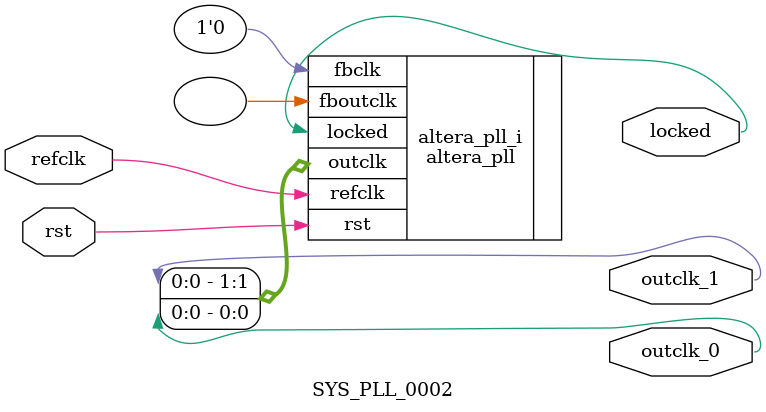
<source format=v>
`timescale 1ns/10ps
module  SYS_PLL_0002(

	// interface 'refclk'
	input wire refclk,

	// interface 'reset'
	input wire rst,

	// interface 'outclk0'
	output wire outclk_0,

	// interface 'outclk1'
	output wire outclk_1,

	// interface 'locked'
	output wire locked
);

	altera_pll #(
		.fractional_vco_multiplier("false"),
		.reference_clock_frequency("20.0 MHz"),
		.operation_mode("direct"),
		.number_of_clocks(2),
		.output_clock_frequency0("100.000000 MHz"),
		.phase_shift0("0 ps"),
		.duty_cycle0(50),
		.output_clock_frequency1("125.000000 MHz"),
		.phase_shift1("0 ps"),
		.duty_cycle1(50),
		.output_clock_frequency2("0 MHz"),
		.phase_shift2("0 ps"),
		.duty_cycle2(50),
		.output_clock_frequency3("0 MHz"),
		.phase_shift3("0 ps"),
		.duty_cycle3(50),
		.output_clock_frequency4("0 MHz"),
		.phase_shift4("0 ps"),
		.duty_cycle4(50),
		.output_clock_frequency5("0 MHz"),
		.phase_shift5("0 ps"),
		.duty_cycle5(50),
		.output_clock_frequency6("0 MHz"),
		.phase_shift6("0 ps"),
		.duty_cycle6(50),
		.output_clock_frequency7("0 MHz"),
		.phase_shift7("0 ps"),
		.duty_cycle7(50),
		.output_clock_frequency8("0 MHz"),
		.phase_shift8("0 ps"),
		.duty_cycle8(50),
		.output_clock_frequency9("0 MHz"),
		.phase_shift9("0 ps"),
		.duty_cycle9(50),
		.output_clock_frequency10("0 MHz"),
		.phase_shift10("0 ps"),
		.duty_cycle10(50),
		.output_clock_frequency11("0 MHz"),
		.phase_shift11("0 ps"),
		.duty_cycle11(50),
		.output_clock_frequency12("0 MHz"),
		.phase_shift12("0 ps"),
		.duty_cycle12(50),
		.output_clock_frequency13("0 MHz"),
		.phase_shift13("0 ps"),
		.duty_cycle13(50),
		.output_clock_frequency14("0 MHz"),
		.phase_shift14("0 ps"),
		.duty_cycle14(50),
		.output_clock_frequency15("0 MHz"),
		.phase_shift15("0 ps"),
		.duty_cycle15(50),
		.output_clock_frequency16("0 MHz"),
		.phase_shift16("0 ps"),
		.duty_cycle16(50),
		.output_clock_frequency17("0 MHz"),
		.phase_shift17("0 ps"),
		.duty_cycle17(50),
		.pll_type("General"),
		.pll_subtype("General")
	) altera_pll_i (
		.rst	(rst),
		.outclk	({outclk_1, outclk_0}),
		.locked	(locked),
		.fboutclk	( ),
		.fbclk	(1'b0),
		.refclk	(refclk)
	);
endmodule


</source>
